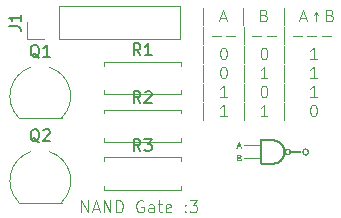
<source format=gbr>
%TF.GenerationSoftware,KiCad,Pcbnew,9.0.2*%
%TF.CreationDate,2025-07-01T20:38:10-07:00*%
%TF.ProjectId,Blinky,426c696e-6b79-42e6-9b69-6361645f7063,rev?*%
%TF.SameCoordinates,Original*%
%TF.FileFunction,Legend,Top*%
%TF.FilePolarity,Positive*%
%FSLAX46Y46*%
G04 Gerber Fmt 4.6, Leading zero omitted, Abs format (unit mm)*
G04 Created by KiCad (PCBNEW 9.0.2) date 2025-07-01 20:38:10*
%MOMM*%
%LPD*%
G01*
G04 APERTURE LIST*
%ADD10C,0.000000*%
%ADD11C,0.100000*%
%ADD12C,0.150000*%
%ADD13C,0.120000*%
G04 APERTURE END LIST*
D10*
G36*
X129449188Y-96600891D02*
G01*
X129475957Y-96672205D01*
X129501278Y-96740417D01*
X129524791Y-96803398D01*
X129530403Y-96820717D01*
X129534620Y-96834377D01*
X129536268Y-96840220D01*
X129537642Y-96845610D01*
X129538767Y-96850701D01*
X129539667Y-96855648D01*
X129540369Y-96860603D01*
X129540896Y-96865721D01*
X129541274Y-96871156D01*
X129541527Y-96877062D01*
X129541759Y-96890901D01*
X129541793Y-96908469D01*
X129435959Y-96908469D01*
X129409501Y-96776178D01*
X129171376Y-96776178D01*
X129144918Y-96908469D01*
X129039084Y-96908469D01*
X129042426Y-96883783D01*
X129046302Y-96859547D01*
X129050697Y-96835715D01*
X129055590Y-96812240D01*
X129060963Y-96789076D01*
X129066800Y-96766175D01*
X129079786Y-96720976D01*
X129087690Y-96696803D01*
X129224293Y-96696803D01*
X129356584Y-96696803D01*
X129303668Y-96485136D01*
X129277209Y-96485136D01*
X129265389Y-96512829D01*
X129254914Y-96538725D01*
X129250203Y-96551225D01*
X129245855Y-96563545D01*
X129241878Y-96575778D01*
X129238283Y-96588013D01*
X129235077Y-96600340D01*
X129232269Y-96612850D01*
X129229869Y-96625633D01*
X129227885Y-96638779D01*
X129226327Y-96652379D01*
X129225203Y-96666523D01*
X129224522Y-96681300D01*
X129224293Y-96696803D01*
X129087690Y-96696803D01*
X129094403Y-96676270D01*
X129110504Y-96631681D01*
X129127942Y-96586836D01*
X129146571Y-96541360D01*
X129169154Y-96486169D01*
X129196633Y-96419470D01*
X129224293Y-96352844D01*
X129356584Y-96352844D01*
X129449188Y-96600891D01*
G37*
G36*
X129300000Y-97404367D02*
G01*
X129320721Y-97405199D01*
X129338878Y-97406755D01*
X129355005Y-97409095D01*
X129369634Y-97412279D01*
X129383299Y-97416370D01*
X129396531Y-97421425D01*
X129409865Y-97427508D01*
X129423833Y-97434677D01*
X129455803Y-97452519D01*
X129463733Y-97469141D01*
X129470215Y-97485195D01*
X129475345Y-97500772D01*
X129479218Y-97515968D01*
X129481930Y-97530872D01*
X129483575Y-97545580D01*
X129484251Y-97560183D01*
X129484051Y-97574775D01*
X129483072Y-97589447D01*
X129481409Y-97604293D01*
X129479158Y-97619406D01*
X129476414Y-97634879D01*
X129462418Y-97702219D01*
X129488876Y-97728678D01*
X129491667Y-97782731D01*
X129492364Y-97802394D01*
X129492597Y-97820042D01*
X129492364Y-97837844D01*
X129491667Y-97857972D01*
X129488876Y-97913886D01*
X129471252Y-97931363D01*
X129463813Y-97938453D01*
X129457027Y-97944559D01*
X129453819Y-97947269D01*
X129450701Y-97949765D01*
X129447649Y-97952057D01*
X129444638Y-97954156D01*
X129441645Y-97956073D01*
X129438644Y-97957817D01*
X129435611Y-97959401D01*
X129432523Y-97960834D01*
X129429354Y-97962127D01*
X129426080Y-97963291D01*
X129422676Y-97964336D01*
X129419119Y-97965274D01*
X129415383Y-97966114D01*
X129411445Y-97966867D01*
X129402864Y-97968156D01*
X129393179Y-97969226D01*
X129382195Y-97970161D01*
X129355551Y-97971970D01*
X129092001Y-97966803D01*
X129092001Y-97887428D01*
X129197834Y-97887428D01*
X129356584Y-97887428D01*
X129409501Y-97781594D01*
X129392762Y-97761085D01*
X129385661Y-97752810D01*
X129379141Y-97745745D01*
X129376037Y-97742641D01*
X129373003Y-97739808D01*
X129370016Y-97737236D01*
X129367049Y-97734916D01*
X129364079Y-97732836D01*
X129361080Y-97730987D01*
X129358027Y-97729358D01*
X129354897Y-97727939D01*
X129351663Y-97726719D01*
X129348301Y-97725689D01*
X129344787Y-97724837D01*
X129341095Y-97724154D01*
X129337200Y-97723630D01*
X129333079Y-97723254D01*
X129328705Y-97723015D01*
X129324054Y-97722904D01*
X129313823Y-97723023D01*
X129302186Y-97723529D01*
X129273902Y-97725370D01*
X129197834Y-97728678D01*
X129197834Y-97887428D01*
X129092001Y-97887428D01*
X129092001Y-97728678D01*
X129092001Y-97649302D01*
X129197834Y-97649302D01*
X129356584Y-97622844D01*
X129356584Y-97517011D01*
X129351601Y-97510975D01*
X129347142Y-97505702D01*
X129343067Y-97501150D01*
X129341131Y-97499132D01*
X129339240Y-97497279D01*
X129337376Y-97495585D01*
X129335521Y-97494046D01*
X129333660Y-97492657D01*
X129331774Y-97491412D01*
X129329846Y-97490306D01*
X129327859Y-97489335D01*
X129325796Y-97488492D01*
X129323640Y-97487773D01*
X129321372Y-97487172D01*
X129318977Y-97486685D01*
X129316436Y-97486307D01*
X129313732Y-97486031D01*
X129310849Y-97485854D01*
X129307769Y-97485769D01*
X129304474Y-97485772D01*
X129300948Y-97485858D01*
X129293131Y-97486257D01*
X129284180Y-97486924D01*
X129262327Y-97488899D01*
X129197834Y-97490553D01*
X129197834Y-97649302D01*
X129092001Y-97649302D01*
X129092001Y-97490553D01*
X129092001Y-97411178D01*
X129180825Y-97407062D01*
X129248737Y-97404631D01*
X129276183Y-97404197D01*
X129300000Y-97404367D01*
G37*
G36*
X134938151Y-96867067D02*
G01*
X134961617Y-96868575D01*
X134979338Y-96873108D01*
X134995729Y-96878054D01*
X135010906Y-96883458D01*
X135024986Y-96889359D01*
X135038086Y-96895800D01*
X135050324Y-96902824D01*
X135061815Y-96910471D01*
X135072677Y-96918785D01*
X135083027Y-96927806D01*
X135092982Y-96937578D01*
X135102658Y-96948141D01*
X135112173Y-96959538D01*
X135121644Y-96971811D01*
X135131187Y-96985001D01*
X135140920Y-96999151D01*
X135150959Y-97014303D01*
X135157388Y-97037192D01*
X135162955Y-97059319D01*
X135167639Y-97080787D01*
X135171421Y-97101699D01*
X135174282Y-97122157D01*
X135176203Y-97142265D01*
X135177163Y-97162125D01*
X135177144Y-97181840D01*
X135176125Y-97201513D01*
X135174088Y-97221247D01*
X135171013Y-97241144D01*
X135166880Y-97261308D01*
X135161670Y-97281842D01*
X135155364Y-97302847D01*
X135147941Y-97324427D01*
X135139384Y-97346685D01*
X135098042Y-97411178D01*
X135045126Y-97411178D01*
X135124501Y-97543469D01*
X135087087Y-97545330D01*
X135073341Y-97545795D01*
X135060835Y-97545950D01*
X135048020Y-97545795D01*
X135033343Y-97545330D01*
X134992209Y-97543469D01*
X134939292Y-97490553D01*
X134919560Y-97483107D01*
X134899772Y-97475969D01*
X134879926Y-97469091D01*
X134860023Y-97462429D01*
X134820041Y-97449567D01*
X134779819Y-97437016D01*
X134767633Y-97430745D01*
X134756333Y-97424430D01*
X134745843Y-97418024D01*
X134736085Y-97411482D01*
X134726983Y-97404755D01*
X134718461Y-97397799D01*
X134710442Y-97390566D01*
X134702849Y-97383010D01*
X134695605Y-97375084D01*
X134688635Y-97366742D01*
X134681861Y-97357938D01*
X134675206Y-97348624D01*
X134668594Y-97338754D01*
X134661949Y-97328282D01*
X134655193Y-97317161D01*
X134648251Y-97305344D01*
X134644524Y-97285186D01*
X134641346Y-97265042D01*
X134638745Y-97244919D01*
X134636747Y-97224823D01*
X134635379Y-97204761D01*
X134635006Y-97194251D01*
X134740605Y-97194251D01*
X134740937Y-97210864D01*
X134741578Y-97228450D01*
X134745057Y-97248183D01*
X134746728Y-97256386D01*
X134748508Y-97263709D01*
X134750510Y-97270322D01*
X134751631Y-97273415D01*
X134752851Y-97276395D01*
X134754185Y-97279282D01*
X134755646Y-97282099D01*
X134757250Y-97284867D01*
X134759010Y-97287606D01*
X134760942Y-97290339D01*
X134763058Y-97293086D01*
X134765375Y-97295869D01*
X134767906Y-97298709D01*
X134773668Y-97304647D01*
X134780460Y-97311070D01*
X134788397Y-97318150D01*
X134797594Y-97326056D01*
X134820230Y-97345032D01*
X134886376Y-97384719D01*
X134912243Y-97376449D01*
X134936218Y-97368234D01*
X134947578Y-97363963D01*
X134958564Y-97359486D01*
X134969208Y-97354729D01*
X134979543Y-97349617D01*
X134989602Y-97344078D01*
X134999418Y-97338038D01*
X135009024Y-97331424D01*
X135018453Y-97324161D01*
X135027736Y-97316176D01*
X135036908Y-97307395D01*
X135046001Y-97297746D01*
X135055047Y-97287154D01*
X135059151Y-97270632D01*
X135062427Y-97254559D01*
X135064918Y-97238871D01*
X135066666Y-97223503D01*
X135067713Y-97208392D01*
X135068102Y-97193473D01*
X135067876Y-97178682D01*
X135067076Y-97163955D01*
X135065745Y-97149228D01*
X135063926Y-97134438D01*
X135061661Y-97119519D01*
X135058991Y-97104408D01*
X135052612Y-97073353D01*
X135045126Y-97040761D01*
X135034823Y-97023201D01*
X135030469Y-97015995D01*
X135026490Y-97009683D01*
X135022771Y-97004149D01*
X135019195Y-96999278D01*
X135015647Y-96994952D01*
X135012010Y-96991055D01*
X135008167Y-96987472D01*
X135004002Y-96984085D01*
X134999400Y-96980779D01*
X134994244Y-96977437D01*
X134988417Y-96973943D01*
X134981803Y-96970181D01*
X134965751Y-96961386D01*
X134931604Y-96958253D01*
X134917549Y-96957176D01*
X134905184Y-96956502D01*
X134894265Y-96956291D01*
X134884551Y-96956599D01*
X134875800Y-96957486D01*
X134867769Y-96959009D01*
X134860216Y-96961226D01*
X134852899Y-96964196D01*
X134845576Y-96967976D01*
X134838004Y-96972625D01*
X134829942Y-96978202D01*
X134821146Y-96984763D01*
X134800386Y-97001073D01*
X134790396Y-97015829D01*
X134781515Y-97029989D01*
X134773684Y-97043666D01*
X134766848Y-97056971D01*
X134760949Y-97070018D01*
X134755929Y-97082918D01*
X134751733Y-97095782D01*
X134748302Y-97108723D01*
X134745580Y-97121853D01*
X134743510Y-97135283D01*
X134742034Y-97149126D01*
X134741096Y-97163494D01*
X134740639Y-97178498D01*
X134740605Y-97194251D01*
X134635006Y-97194251D01*
X134634668Y-97184740D01*
X134634642Y-97164767D01*
X134635327Y-97144847D01*
X134636750Y-97124989D01*
X134638938Y-97105199D01*
X134641918Y-97085483D01*
X134645717Y-97065849D01*
X134650363Y-97046302D01*
X134655881Y-97026850D01*
X134662299Y-97007500D01*
X134669645Y-96988258D01*
X134676948Y-96977963D01*
X134684311Y-96968218D01*
X134691739Y-96959012D01*
X134699237Y-96950330D01*
X134706812Y-96942160D01*
X134714469Y-96934490D01*
X134722215Y-96927306D01*
X134730054Y-96920596D01*
X134737994Y-96914348D01*
X134746039Y-96908548D01*
X134754196Y-96903183D01*
X134762471Y-96898241D01*
X134770868Y-96893710D01*
X134779395Y-96889576D01*
X134788057Y-96885826D01*
X134796859Y-96882449D01*
X134805808Y-96879430D01*
X134814910Y-96876758D01*
X134824170Y-96874419D01*
X134833594Y-96872402D01*
X134852959Y-96869278D01*
X134873050Y-96867285D01*
X134893914Y-96866320D01*
X134915599Y-96866281D01*
X134938151Y-96867067D01*
G37*
G36*
X132194037Y-96103823D02*
G01*
X132248603Y-96107161D01*
X132301905Y-96112771D01*
X132353992Y-96120682D01*
X132404914Y-96130923D01*
X132454719Y-96143525D01*
X132503455Y-96158515D01*
X132551171Y-96175924D01*
X132597915Y-96195780D01*
X132643736Y-96218113D01*
X132688683Y-96242952D01*
X132732804Y-96270327D01*
X132776148Y-96300265D01*
X132818763Y-96332798D01*
X132860697Y-96367953D01*
X132902001Y-96405761D01*
X132929415Y-96435433D01*
X132955205Y-96465293D01*
X132979455Y-96495398D01*
X133002251Y-96525806D01*
X133023676Y-96556572D01*
X133043815Y-96587753D01*
X133062752Y-96619408D01*
X133080573Y-96651591D01*
X133097360Y-96684360D01*
X133113199Y-96717772D01*
X133128173Y-96751884D01*
X133142369Y-96786753D01*
X133155869Y-96822434D01*
X133168758Y-96858986D01*
X133181121Y-96896465D01*
X133193043Y-96934928D01*
X133245959Y-96908469D01*
X133295702Y-96902750D01*
X133319326Y-96900567D01*
X133342235Y-96898991D01*
X133364517Y-96898137D01*
X133386259Y-96898122D01*
X133407548Y-96899062D01*
X133428472Y-96901073D01*
X133449119Y-96904271D01*
X133469576Y-96908772D01*
X133489930Y-96914693D01*
X133510269Y-96922150D01*
X133530681Y-96931258D01*
X133551252Y-96942134D01*
X133572071Y-96954894D01*
X133593225Y-96969654D01*
X133609599Y-96993280D01*
X133616225Y-97003144D01*
X133621905Y-97012003D01*
X133626713Y-97020077D01*
X133630722Y-97027587D01*
X133634004Y-97034752D01*
X133635396Y-97038275D01*
X133636633Y-97041794D01*
X133637724Y-97045338D01*
X133638680Y-97048933D01*
X133640218Y-97056390D01*
X133641320Y-97064384D01*
X133642059Y-97073136D01*
X133642507Y-97082867D01*
X133642737Y-97093797D01*
X133642834Y-97120136D01*
X134489501Y-97120136D01*
X134489501Y-97225969D01*
X133642834Y-97225969D01*
X133616376Y-97331803D01*
X133603689Y-97351543D01*
X133598296Y-97359708D01*
X133593328Y-97366943D01*
X133588632Y-97373402D01*
X133584052Y-97379242D01*
X133579434Y-97384616D01*
X133574621Y-97389680D01*
X133569460Y-97394589D01*
X133563795Y-97399499D01*
X133557471Y-97404563D01*
X133550333Y-97409937D01*
X133542227Y-97415777D01*
X133532996Y-97422236D01*
X133510542Y-97437636D01*
X133470274Y-97442116D01*
X133429663Y-97445683D01*
X133409310Y-97446919D01*
X133388965Y-97447681D01*
X133368663Y-97447886D01*
X133348434Y-97447453D01*
X133328309Y-97446300D01*
X133308322Y-97444344D01*
X133288502Y-97441505D01*
X133268883Y-97437699D01*
X133249496Y-97432846D01*
X133230372Y-97426862D01*
X133211544Y-97419667D01*
X133193043Y-97411178D01*
X133176402Y-97466471D01*
X133157823Y-97519861D01*
X133137697Y-97571334D01*
X133115973Y-97620952D01*
X133092596Y-97668779D01*
X133067514Y-97714877D01*
X133040674Y-97759306D01*
X133012023Y-97802130D01*
X132981506Y-97843411D01*
X132949072Y-97883210D01*
X132914667Y-97921591D01*
X132878238Y-97958614D01*
X132839733Y-97994343D01*
X132799096Y-98028839D01*
X132756277Y-98062164D01*
X132711221Y-98094382D01*
X132663876Y-98125553D01*
X132626041Y-98142926D01*
X132588583Y-98158637D01*
X132551416Y-98172753D01*
X132514452Y-98185340D01*
X132477603Y-98196466D01*
X132440784Y-98206200D01*
X132403906Y-98214607D01*
X132366883Y-98221755D01*
X132329628Y-98227713D01*
X132292054Y-98232546D01*
X132254073Y-98236324D01*
X132215598Y-98239112D01*
X132176543Y-98240978D01*
X132136821Y-98241990D01*
X132055024Y-98241721D01*
X131967292Y-98241267D01*
X131830236Y-98239921D01*
X131693186Y-98238000D01*
X131505962Y-98236554D01*
X131277936Y-98234355D01*
X131049918Y-98231386D01*
X131049918Y-98072636D01*
X131208668Y-98072636D01*
X131694839Y-98077597D01*
X131846600Y-98079787D01*
X131971850Y-98079116D01*
X132032961Y-98077060D01*
X132093078Y-98073495D01*
X132152212Y-98068147D01*
X132210373Y-98060744D01*
X132267572Y-98051014D01*
X132323820Y-98038684D01*
X132379128Y-98023481D01*
X132433507Y-98005133D01*
X132486968Y-97983367D01*
X132539520Y-97957911D01*
X132591177Y-97928493D01*
X132641947Y-97894839D01*
X132691842Y-97856678D01*
X132740874Y-97813737D01*
X132773512Y-97777470D01*
X132804263Y-97740369D01*
X132833089Y-97702429D01*
X132859950Y-97663648D01*
X132884808Y-97624022D01*
X132907626Y-97583551D01*
X132928363Y-97542229D01*
X132946983Y-97500054D01*
X132963446Y-97457024D01*
X132977714Y-97413135D01*
X132989748Y-97368385D01*
X132999510Y-97322770D01*
X133006962Y-97276288D01*
X133012064Y-97228936D01*
X133014780Y-97180710D01*
X133014825Y-97173053D01*
X133239344Y-97173053D01*
X133239448Y-97180533D01*
X133239758Y-97188245D01*
X133240998Y-97205299D01*
X133243065Y-97226073D01*
X133245959Y-97252428D01*
X133262583Y-97272647D01*
X133269625Y-97280821D01*
X133276081Y-97287821D01*
X133279148Y-97290908D01*
X133282142Y-97293733D01*
X133285086Y-97296309D01*
X133288003Y-97298646D01*
X133290920Y-97300754D01*
X133293859Y-97302646D01*
X133296844Y-97304330D01*
X133299901Y-97305820D01*
X133303054Y-97307125D01*
X133306325Y-97308256D01*
X133309741Y-97309224D01*
X133313325Y-97310040D01*
X133317101Y-97310716D01*
X133321093Y-97311261D01*
X133325326Y-97311688D01*
X133329824Y-97312005D01*
X133339711Y-97312360D01*
X133350949Y-97312412D01*
X133378251Y-97311959D01*
X133405552Y-97312412D01*
X133416790Y-97312360D01*
X133426678Y-97312005D01*
X133435409Y-97311261D01*
X133443177Y-97310040D01*
X133446761Y-97309224D01*
X133450176Y-97308256D01*
X133453448Y-97307125D01*
X133456600Y-97305820D01*
X133459657Y-97304330D01*
X133462643Y-97302646D01*
X133465582Y-97300754D01*
X133468498Y-97298646D01*
X133471416Y-97296309D01*
X133474360Y-97293733D01*
X133480421Y-97287821D01*
X133486876Y-97280821D01*
X133493919Y-97272647D01*
X133510542Y-97252428D01*
X133513436Y-97226073D01*
X133515504Y-97205299D01*
X133516744Y-97188245D01*
X133517054Y-97180533D01*
X133517157Y-97173053D01*
X133517054Y-97165572D01*
X133516744Y-97157860D01*
X133515504Y-97140807D01*
X133513436Y-97120033D01*
X133510542Y-97093678D01*
X133493919Y-97073458D01*
X133486876Y-97065284D01*
X133480421Y-97058284D01*
X133477353Y-97055198D01*
X133474360Y-97052372D01*
X133471416Y-97049796D01*
X133468498Y-97047459D01*
X133465582Y-97045351D01*
X133462643Y-97043460D01*
X133459657Y-97041775D01*
X133456600Y-97040285D01*
X133453448Y-97038981D01*
X133450176Y-97037849D01*
X133446761Y-97036881D01*
X133443177Y-97036065D01*
X133439401Y-97035389D01*
X133435409Y-97034844D01*
X133431176Y-97034418D01*
X133426678Y-97034100D01*
X133416790Y-97033745D01*
X133405552Y-97033693D01*
X133378251Y-97034146D01*
X133350949Y-97033693D01*
X133339711Y-97033745D01*
X133329824Y-97034100D01*
X133321093Y-97034844D01*
X133313325Y-97036065D01*
X133309741Y-97036881D01*
X133306325Y-97037849D01*
X133303054Y-97038981D01*
X133299901Y-97040285D01*
X133296844Y-97041775D01*
X133293859Y-97043460D01*
X133290920Y-97045351D01*
X133288003Y-97047459D01*
X133285086Y-97049796D01*
X133282142Y-97052372D01*
X133276081Y-97058284D01*
X133269625Y-97065284D01*
X133262583Y-97073458D01*
X133245959Y-97093678D01*
X133243065Y-97120033D01*
X133240998Y-97140807D01*
X133239758Y-97157860D01*
X133239448Y-97165572D01*
X133239344Y-97173053D01*
X133014825Y-97173053D01*
X133015069Y-97131608D01*
X133009136Y-97085399D01*
X133001748Y-97039746D01*
X132992852Y-96994697D01*
X132982399Y-96950299D01*
X132970335Y-96906597D01*
X132956612Y-96863637D01*
X132941176Y-96821468D01*
X132923978Y-96780134D01*
X132904966Y-96739683D01*
X132884089Y-96700161D01*
X132861295Y-96661614D01*
X132836534Y-96624088D01*
X132809754Y-96587632D01*
X132780905Y-96552290D01*
X132749935Y-96518109D01*
X132716792Y-96485136D01*
X132674608Y-96454572D01*
X132632442Y-96426735D01*
X132590206Y-96401526D01*
X132547810Y-96378848D01*
X132505164Y-96358601D01*
X132462181Y-96340689D01*
X132418771Y-96325012D01*
X132374845Y-96311472D01*
X132330313Y-96299972D01*
X132285086Y-96290411D01*
X132239076Y-96282694D01*
X132192193Y-96276720D01*
X132144348Y-96272392D01*
X132095452Y-96269612D01*
X132045415Y-96268281D01*
X131994149Y-96268302D01*
X131933326Y-96268463D01*
X131822350Y-96269158D01*
X131711376Y-96270162D01*
X131208668Y-96273469D01*
X131208668Y-98072636D01*
X131049918Y-98072636D01*
X131049918Y-97755136D01*
X129727001Y-97755136D01*
X129727001Y-97649302D01*
X131049918Y-97649302D01*
X131049918Y-96696803D01*
X129727001Y-96696803D01*
X129727001Y-96590969D01*
X131049918Y-96590969D01*
X131049918Y-96273469D01*
X131049918Y-96114719D01*
X131324524Y-96111302D01*
X131599141Y-96108906D01*
X131692406Y-96107967D01*
X131785667Y-96106735D01*
X131920343Y-96105248D01*
X132055024Y-96104384D01*
X132138161Y-96102729D01*
X132194037Y-96103823D01*
G37*
D11*
X115903884Y-102272419D02*
X115903884Y-101272419D01*
X115903884Y-101272419D02*
X116475312Y-102272419D01*
X116475312Y-102272419D02*
X116475312Y-101272419D01*
X116903884Y-101986704D02*
X117380074Y-101986704D01*
X116808646Y-102272419D02*
X117141979Y-101272419D01*
X117141979Y-101272419D02*
X117475312Y-102272419D01*
X117808646Y-102272419D02*
X117808646Y-101272419D01*
X117808646Y-101272419D02*
X118380074Y-102272419D01*
X118380074Y-102272419D02*
X118380074Y-101272419D01*
X118856265Y-102272419D02*
X118856265Y-101272419D01*
X118856265Y-101272419D02*
X119094360Y-101272419D01*
X119094360Y-101272419D02*
X119237217Y-101320038D01*
X119237217Y-101320038D02*
X119332455Y-101415276D01*
X119332455Y-101415276D02*
X119380074Y-101510514D01*
X119380074Y-101510514D02*
X119427693Y-101700990D01*
X119427693Y-101700990D02*
X119427693Y-101843847D01*
X119427693Y-101843847D02*
X119380074Y-102034323D01*
X119380074Y-102034323D02*
X119332455Y-102129561D01*
X119332455Y-102129561D02*
X119237217Y-102224800D01*
X119237217Y-102224800D02*
X119094360Y-102272419D01*
X119094360Y-102272419D02*
X118856265Y-102272419D01*
X121141979Y-101320038D02*
X121046741Y-101272419D01*
X121046741Y-101272419D02*
X120903884Y-101272419D01*
X120903884Y-101272419D02*
X120761027Y-101320038D01*
X120761027Y-101320038D02*
X120665789Y-101415276D01*
X120665789Y-101415276D02*
X120618170Y-101510514D01*
X120618170Y-101510514D02*
X120570551Y-101700990D01*
X120570551Y-101700990D02*
X120570551Y-101843847D01*
X120570551Y-101843847D02*
X120618170Y-102034323D01*
X120618170Y-102034323D02*
X120665789Y-102129561D01*
X120665789Y-102129561D02*
X120761027Y-102224800D01*
X120761027Y-102224800D02*
X120903884Y-102272419D01*
X120903884Y-102272419D02*
X120999122Y-102272419D01*
X120999122Y-102272419D02*
X121141979Y-102224800D01*
X121141979Y-102224800D02*
X121189598Y-102177180D01*
X121189598Y-102177180D02*
X121189598Y-101843847D01*
X121189598Y-101843847D02*
X120999122Y-101843847D01*
X122046741Y-102272419D02*
X122046741Y-101748609D01*
X122046741Y-101748609D02*
X121999122Y-101653371D01*
X121999122Y-101653371D02*
X121903884Y-101605752D01*
X121903884Y-101605752D02*
X121713408Y-101605752D01*
X121713408Y-101605752D02*
X121618170Y-101653371D01*
X122046741Y-102224800D02*
X121951503Y-102272419D01*
X121951503Y-102272419D02*
X121713408Y-102272419D01*
X121713408Y-102272419D02*
X121618170Y-102224800D01*
X121618170Y-102224800D02*
X121570551Y-102129561D01*
X121570551Y-102129561D02*
X121570551Y-102034323D01*
X121570551Y-102034323D02*
X121618170Y-101939085D01*
X121618170Y-101939085D02*
X121713408Y-101891466D01*
X121713408Y-101891466D02*
X121951503Y-101891466D01*
X121951503Y-101891466D02*
X122046741Y-101843847D01*
X122380075Y-101605752D02*
X122761027Y-101605752D01*
X122522932Y-101272419D02*
X122522932Y-102129561D01*
X122522932Y-102129561D02*
X122570551Y-102224800D01*
X122570551Y-102224800D02*
X122665789Y-102272419D01*
X122665789Y-102272419D02*
X122761027Y-102272419D01*
X123475313Y-102224800D02*
X123380075Y-102272419D01*
X123380075Y-102272419D02*
X123189599Y-102272419D01*
X123189599Y-102272419D02*
X123094361Y-102224800D01*
X123094361Y-102224800D02*
X123046742Y-102129561D01*
X123046742Y-102129561D02*
X123046742Y-101748609D01*
X123046742Y-101748609D02*
X123094361Y-101653371D01*
X123094361Y-101653371D02*
X123189599Y-101605752D01*
X123189599Y-101605752D02*
X123380075Y-101605752D01*
X123380075Y-101605752D02*
X123475313Y-101653371D01*
X123475313Y-101653371D02*
X123522932Y-101748609D01*
X123522932Y-101748609D02*
X123522932Y-101843847D01*
X123522932Y-101843847D02*
X123046742Y-101939085D01*
X124713409Y-102177180D02*
X124761028Y-102224800D01*
X124761028Y-102224800D02*
X124713409Y-102272419D01*
X124713409Y-102272419D02*
X124665790Y-102224800D01*
X124665790Y-102224800D02*
X124713409Y-102177180D01*
X124713409Y-102177180D02*
X124713409Y-102272419D01*
X124713409Y-101653371D02*
X124761028Y-101700990D01*
X124761028Y-101700990D02*
X124713409Y-101748609D01*
X124713409Y-101748609D02*
X124665790Y-101700990D01*
X124665790Y-101700990D02*
X124713409Y-101653371D01*
X124713409Y-101653371D02*
X124713409Y-101748609D01*
X125094361Y-101272419D02*
X125713408Y-101272419D01*
X125713408Y-101272419D02*
X125380075Y-101653371D01*
X125380075Y-101653371D02*
X125522932Y-101653371D01*
X125522932Y-101653371D02*
X125618170Y-101700990D01*
X125618170Y-101700990D02*
X125665789Y-101748609D01*
X125665789Y-101748609D02*
X125713408Y-101843847D01*
X125713408Y-101843847D02*
X125713408Y-102081942D01*
X125713408Y-102081942D02*
X125665789Y-102177180D01*
X125665789Y-102177180D02*
X125618170Y-102224800D01*
X125618170Y-102224800D02*
X125522932Y-102272419D01*
X125522932Y-102272419D02*
X125237218Y-102272419D01*
X125237218Y-102272419D02*
X125141980Y-102224800D01*
X125141980Y-102224800D02*
X125094361Y-102177180D01*
X126241979Y-86446088D02*
X126241979Y-85017516D01*
X127670551Y-85827040D02*
X128146741Y-85827040D01*
X127575313Y-86112755D02*
X127908646Y-85112755D01*
X127908646Y-85112755D02*
X128241979Y-86112755D01*
X129575313Y-86446088D02*
X129575313Y-85017516D01*
X131384837Y-85588945D02*
X131527694Y-85636564D01*
X131527694Y-85636564D02*
X131575313Y-85684183D01*
X131575313Y-85684183D02*
X131622932Y-85779421D01*
X131622932Y-85779421D02*
X131622932Y-85922278D01*
X131622932Y-85922278D02*
X131575313Y-86017516D01*
X131575313Y-86017516D02*
X131527694Y-86065136D01*
X131527694Y-86065136D02*
X131432456Y-86112755D01*
X131432456Y-86112755D02*
X131051504Y-86112755D01*
X131051504Y-86112755D02*
X131051504Y-85112755D01*
X131051504Y-85112755D02*
X131384837Y-85112755D01*
X131384837Y-85112755D02*
X131480075Y-85160374D01*
X131480075Y-85160374D02*
X131527694Y-85207993D01*
X131527694Y-85207993D02*
X131575313Y-85303231D01*
X131575313Y-85303231D02*
X131575313Y-85398469D01*
X131575313Y-85398469D02*
X131527694Y-85493707D01*
X131527694Y-85493707D02*
X131480075Y-85541326D01*
X131480075Y-85541326D02*
X131384837Y-85588945D01*
X131384837Y-85588945D02*
X131051504Y-85588945D01*
X133051504Y-86446088D02*
X133051504Y-85017516D01*
X134480076Y-85827040D02*
X134956266Y-85827040D01*
X134384838Y-86112755D02*
X134718171Y-85112755D01*
X134718171Y-85112755D02*
X135051504Y-86112755D01*
X135765790Y-86112755D02*
X135765790Y-85350850D01*
X135575314Y-85541326D02*
X135765790Y-85350850D01*
X135765790Y-85350850D02*
X135956266Y-85541326D01*
X136956266Y-85588945D02*
X137099123Y-85636564D01*
X137099123Y-85636564D02*
X137146742Y-85684183D01*
X137146742Y-85684183D02*
X137194361Y-85779421D01*
X137194361Y-85779421D02*
X137194361Y-85922278D01*
X137194361Y-85922278D02*
X137146742Y-86017516D01*
X137146742Y-86017516D02*
X137099123Y-86065136D01*
X137099123Y-86065136D02*
X137003885Y-86112755D01*
X137003885Y-86112755D02*
X136622933Y-86112755D01*
X136622933Y-86112755D02*
X136622933Y-85112755D01*
X136622933Y-85112755D02*
X136956266Y-85112755D01*
X136956266Y-85112755D02*
X137051504Y-85160374D01*
X137051504Y-85160374D02*
X137099123Y-85207993D01*
X137099123Y-85207993D02*
X137146742Y-85303231D01*
X137146742Y-85303231D02*
X137146742Y-85398469D01*
X137146742Y-85398469D02*
X137099123Y-85493707D01*
X137099123Y-85493707D02*
X137051504Y-85541326D01*
X137051504Y-85541326D02*
X136956266Y-85588945D01*
X136956266Y-85588945D02*
X136622933Y-85588945D01*
X126241979Y-88056032D02*
X126241979Y-86627460D01*
X126956265Y-87341746D02*
X127718170Y-87341746D01*
X128194360Y-87341746D02*
X128956265Y-87341746D01*
X129670550Y-88056032D02*
X129670550Y-86627460D01*
X130384836Y-87341746D02*
X131146741Y-87341746D01*
X131622931Y-87341746D02*
X132384836Y-87341746D01*
X133099121Y-88056032D02*
X133099121Y-86627460D01*
X133813407Y-87341746D02*
X134575312Y-87341746D01*
X135051502Y-87341746D02*
X135813407Y-87341746D01*
X136289597Y-87341746D02*
X137051502Y-87341746D01*
X126241979Y-89665976D02*
X126241979Y-88237404D01*
X127908646Y-88332643D02*
X128003884Y-88332643D01*
X128003884Y-88332643D02*
X128099122Y-88380262D01*
X128099122Y-88380262D02*
X128146741Y-88427881D01*
X128146741Y-88427881D02*
X128194360Y-88523119D01*
X128194360Y-88523119D02*
X128241979Y-88713595D01*
X128241979Y-88713595D02*
X128241979Y-88951690D01*
X128241979Y-88951690D02*
X128194360Y-89142166D01*
X128194360Y-89142166D02*
X128146741Y-89237404D01*
X128146741Y-89237404D02*
X128099122Y-89285024D01*
X128099122Y-89285024D02*
X128003884Y-89332643D01*
X128003884Y-89332643D02*
X127908646Y-89332643D01*
X127908646Y-89332643D02*
X127813408Y-89285024D01*
X127813408Y-89285024D02*
X127765789Y-89237404D01*
X127765789Y-89237404D02*
X127718170Y-89142166D01*
X127718170Y-89142166D02*
X127670551Y-88951690D01*
X127670551Y-88951690D02*
X127670551Y-88713595D01*
X127670551Y-88713595D02*
X127718170Y-88523119D01*
X127718170Y-88523119D02*
X127765789Y-88427881D01*
X127765789Y-88427881D02*
X127813408Y-88380262D01*
X127813408Y-88380262D02*
X127908646Y-88332643D01*
X129670551Y-89665976D02*
X129670551Y-88237404D01*
X131337218Y-88332643D02*
X131432456Y-88332643D01*
X131432456Y-88332643D02*
X131527694Y-88380262D01*
X131527694Y-88380262D02*
X131575313Y-88427881D01*
X131575313Y-88427881D02*
X131622932Y-88523119D01*
X131622932Y-88523119D02*
X131670551Y-88713595D01*
X131670551Y-88713595D02*
X131670551Y-88951690D01*
X131670551Y-88951690D02*
X131622932Y-89142166D01*
X131622932Y-89142166D02*
X131575313Y-89237404D01*
X131575313Y-89237404D02*
X131527694Y-89285024D01*
X131527694Y-89285024D02*
X131432456Y-89332643D01*
X131432456Y-89332643D02*
X131337218Y-89332643D01*
X131337218Y-89332643D02*
X131241980Y-89285024D01*
X131241980Y-89285024D02*
X131194361Y-89237404D01*
X131194361Y-89237404D02*
X131146742Y-89142166D01*
X131146742Y-89142166D02*
X131099123Y-88951690D01*
X131099123Y-88951690D02*
X131099123Y-88713595D01*
X131099123Y-88713595D02*
X131146742Y-88523119D01*
X131146742Y-88523119D02*
X131194361Y-88427881D01*
X131194361Y-88427881D02*
X131241980Y-88380262D01*
X131241980Y-88380262D02*
X131337218Y-88332643D01*
X133099123Y-89665976D02*
X133099123Y-88237404D01*
X135861028Y-89332643D02*
X135289600Y-89332643D01*
X135575314Y-89332643D02*
X135575314Y-88332643D01*
X135575314Y-88332643D02*
X135480076Y-88475500D01*
X135480076Y-88475500D02*
X135384838Y-88570738D01*
X135384838Y-88570738D02*
X135289600Y-88618357D01*
X126241979Y-91275920D02*
X126241979Y-89847348D01*
X127908646Y-89942587D02*
X128003884Y-89942587D01*
X128003884Y-89942587D02*
X128099122Y-89990206D01*
X128099122Y-89990206D02*
X128146741Y-90037825D01*
X128146741Y-90037825D02*
X128194360Y-90133063D01*
X128194360Y-90133063D02*
X128241979Y-90323539D01*
X128241979Y-90323539D02*
X128241979Y-90561634D01*
X128241979Y-90561634D02*
X128194360Y-90752110D01*
X128194360Y-90752110D02*
X128146741Y-90847348D01*
X128146741Y-90847348D02*
X128099122Y-90894968D01*
X128099122Y-90894968D02*
X128003884Y-90942587D01*
X128003884Y-90942587D02*
X127908646Y-90942587D01*
X127908646Y-90942587D02*
X127813408Y-90894968D01*
X127813408Y-90894968D02*
X127765789Y-90847348D01*
X127765789Y-90847348D02*
X127718170Y-90752110D01*
X127718170Y-90752110D02*
X127670551Y-90561634D01*
X127670551Y-90561634D02*
X127670551Y-90323539D01*
X127670551Y-90323539D02*
X127718170Y-90133063D01*
X127718170Y-90133063D02*
X127765789Y-90037825D01*
X127765789Y-90037825D02*
X127813408Y-89990206D01*
X127813408Y-89990206D02*
X127908646Y-89942587D01*
X129670551Y-91275920D02*
X129670551Y-89847348D01*
X131670551Y-90942587D02*
X131099123Y-90942587D01*
X131384837Y-90942587D02*
X131384837Y-89942587D01*
X131384837Y-89942587D02*
X131289599Y-90085444D01*
X131289599Y-90085444D02*
X131194361Y-90180682D01*
X131194361Y-90180682D02*
X131099123Y-90228301D01*
X133099123Y-91275920D02*
X133099123Y-89847348D01*
X135861028Y-90942587D02*
X135289600Y-90942587D01*
X135575314Y-90942587D02*
X135575314Y-89942587D01*
X135575314Y-89942587D02*
X135480076Y-90085444D01*
X135480076Y-90085444D02*
X135384838Y-90180682D01*
X135384838Y-90180682D02*
X135289600Y-90228301D01*
X126241979Y-92885864D02*
X126241979Y-91457292D01*
X128241979Y-92552531D02*
X127670551Y-92552531D01*
X127956265Y-92552531D02*
X127956265Y-91552531D01*
X127956265Y-91552531D02*
X127861027Y-91695388D01*
X127861027Y-91695388D02*
X127765789Y-91790626D01*
X127765789Y-91790626D02*
X127670551Y-91838245D01*
X129670551Y-92885864D02*
X129670551Y-91457292D01*
X131337218Y-91552531D02*
X131432456Y-91552531D01*
X131432456Y-91552531D02*
X131527694Y-91600150D01*
X131527694Y-91600150D02*
X131575313Y-91647769D01*
X131575313Y-91647769D02*
X131622932Y-91743007D01*
X131622932Y-91743007D02*
X131670551Y-91933483D01*
X131670551Y-91933483D02*
X131670551Y-92171578D01*
X131670551Y-92171578D02*
X131622932Y-92362054D01*
X131622932Y-92362054D02*
X131575313Y-92457292D01*
X131575313Y-92457292D02*
X131527694Y-92504912D01*
X131527694Y-92504912D02*
X131432456Y-92552531D01*
X131432456Y-92552531D02*
X131337218Y-92552531D01*
X131337218Y-92552531D02*
X131241980Y-92504912D01*
X131241980Y-92504912D02*
X131194361Y-92457292D01*
X131194361Y-92457292D02*
X131146742Y-92362054D01*
X131146742Y-92362054D02*
X131099123Y-92171578D01*
X131099123Y-92171578D02*
X131099123Y-91933483D01*
X131099123Y-91933483D02*
X131146742Y-91743007D01*
X131146742Y-91743007D02*
X131194361Y-91647769D01*
X131194361Y-91647769D02*
X131241980Y-91600150D01*
X131241980Y-91600150D02*
X131337218Y-91552531D01*
X133099123Y-92885864D02*
X133099123Y-91457292D01*
X135861028Y-92552531D02*
X135289600Y-92552531D01*
X135575314Y-92552531D02*
X135575314Y-91552531D01*
X135575314Y-91552531D02*
X135480076Y-91695388D01*
X135480076Y-91695388D02*
X135384838Y-91790626D01*
X135384838Y-91790626D02*
X135289600Y-91838245D01*
X126241979Y-94495808D02*
X126241979Y-93067236D01*
X128241979Y-94162475D02*
X127670551Y-94162475D01*
X127956265Y-94162475D02*
X127956265Y-93162475D01*
X127956265Y-93162475D02*
X127861027Y-93305332D01*
X127861027Y-93305332D02*
X127765789Y-93400570D01*
X127765789Y-93400570D02*
X127670551Y-93448189D01*
X129670551Y-94495808D02*
X129670551Y-93067236D01*
X131670551Y-94162475D02*
X131099123Y-94162475D01*
X131384837Y-94162475D02*
X131384837Y-93162475D01*
X131384837Y-93162475D02*
X131289599Y-93305332D01*
X131289599Y-93305332D02*
X131194361Y-93400570D01*
X131194361Y-93400570D02*
X131099123Y-93448189D01*
X133099123Y-94495808D02*
X133099123Y-93067236D01*
X135527695Y-93162475D02*
X135622933Y-93162475D01*
X135622933Y-93162475D02*
X135718171Y-93210094D01*
X135718171Y-93210094D02*
X135765790Y-93257713D01*
X135765790Y-93257713D02*
X135813409Y-93352951D01*
X135813409Y-93352951D02*
X135861028Y-93543427D01*
X135861028Y-93543427D02*
X135861028Y-93781522D01*
X135861028Y-93781522D02*
X135813409Y-93971998D01*
X135813409Y-93971998D02*
X135765790Y-94067236D01*
X135765790Y-94067236D02*
X135718171Y-94114856D01*
X135718171Y-94114856D02*
X135622933Y-94162475D01*
X135622933Y-94162475D02*
X135527695Y-94162475D01*
X135527695Y-94162475D02*
X135432457Y-94114856D01*
X135432457Y-94114856D02*
X135384838Y-94067236D01*
X135384838Y-94067236D02*
X135337219Y-93971998D01*
X135337219Y-93971998D02*
X135289600Y-93781522D01*
X135289600Y-93781522D02*
X135289600Y-93543427D01*
X135289600Y-93543427D02*
X135337219Y-93352951D01*
X135337219Y-93352951D02*
X135384838Y-93257713D01*
X135384838Y-93257713D02*
X135432457Y-93210094D01*
X135432457Y-93210094D02*
X135527695Y-93162475D01*
D12*
X112354761Y-89200057D02*
X112259523Y-89152438D01*
X112259523Y-89152438D02*
X112164285Y-89057200D01*
X112164285Y-89057200D02*
X112021428Y-88914342D01*
X112021428Y-88914342D02*
X111926190Y-88866723D01*
X111926190Y-88866723D02*
X111830952Y-88866723D01*
X111878571Y-89104819D02*
X111783333Y-89057200D01*
X111783333Y-89057200D02*
X111688095Y-88961961D01*
X111688095Y-88961961D02*
X111640476Y-88771485D01*
X111640476Y-88771485D02*
X111640476Y-88438152D01*
X111640476Y-88438152D02*
X111688095Y-88247676D01*
X111688095Y-88247676D02*
X111783333Y-88152438D01*
X111783333Y-88152438D02*
X111878571Y-88104819D01*
X111878571Y-88104819D02*
X112069047Y-88104819D01*
X112069047Y-88104819D02*
X112164285Y-88152438D01*
X112164285Y-88152438D02*
X112259523Y-88247676D01*
X112259523Y-88247676D02*
X112307142Y-88438152D01*
X112307142Y-88438152D02*
X112307142Y-88771485D01*
X112307142Y-88771485D02*
X112259523Y-88961961D01*
X112259523Y-88961961D02*
X112164285Y-89057200D01*
X112164285Y-89057200D02*
X112069047Y-89104819D01*
X112069047Y-89104819D02*
X111878571Y-89104819D01*
X113259523Y-89104819D02*
X112688095Y-89104819D01*
X112973809Y-89104819D02*
X112973809Y-88104819D01*
X112973809Y-88104819D02*
X112878571Y-88247676D01*
X112878571Y-88247676D02*
X112783333Y-88342914D01*
X112783333Y-88342914D02*
X112688095Y-88390533D01*
X120923333Y-97084819D02*
X120590000Y-96608628D01*
X120351905Y-97084819D02*
X120351905Y-96084819D01*
X120351905Y-96084819D02*
X120732857Y-96084819D01*
X120732857Y-96084819D02*
X120828095Y-96132438D01*
X120828095Y-96132438D02*
X120875714Y-96180057D01*
X120875714Y-96180057D02*
X120923333Y-96275295D01*
X120923333Y-96275295D02*
X120923333Y-96418152D01*
X120923333Y-96418152D02*
X120875714Y-96513390D01*
X120875714Y-96513390D02*
X120828095Y-96561009D01*
X120828095Y-96561009D02*
X120732857Y-96608628D01*
X120732857Y-96608628D02*
X120351905Y-96608628D01*
X121256667Y-96084819D02*
X121875714Y-96084819D01*
X121875714Y-96084819D02*
X121542381Y-96465771D01*
X121542381Y-96465771D02*
X121685238Y-96465771D01*
X121685238Y-96465771D02*
X121780476Y-96513390D01*
X121780476Y-96513390D02*
X121828095Y-96561009D01*
X121828095Y-96561009D02*
X121875714Y-96656247D01*
X121875714Y-96656247D02*
X121875714Y-96894342D01*
X121875714Y-96894342D02*
X121828095Y-96989580D01*
X121828095Y-96989580D02*
X121780476Y-97037200D01*
X121780476Y-97037200D02*
X121685238Y-97084819D01*
X121685238Y-97084819D02*
X121399524Y-97084819D01*
X121399524Y-97084819D02*
X121304286Y-97037200D01*
X121304286Y-97037200D02*
X121256667Y-96989580D01*
X112354761Y-96350057D02*
X112259523Y-96302438D01*
X112259523Y-96302438D02*
X112164285Y-96207200D01*
X112164285Y-96207200D02*
X112021428Y-96064342D01*
X112021428Y-96064342D02*
X111926190Y-96016723D01*
X111926190Y-96016723D02*
X111830952Y-96016723D01*
X111878571Y-96254819D02*
X111783333Y-96207200D01*
X111783333Y-96207200D02*
X111688095Y-96111961D01*
X111688095Y-96111961D02*
X111640476Y-95921485D01*
X111640476Y-95921485D02*
X111640476Y-95588152D01*
X111640476Y-95588152D02*
X111688095Y-95397676D01*
X111688095Y-95397676D02*
X111783333Y-95302438D01*
X111783333Y-95302438D02*
X111878571Y-95254819D01*
X111878571Y-95254819D02*
X112069047Y-95254819D01*
X112069047Y-95254819D02*
X112164285Y-95302438D01*
X112164285Y-95302438D02*
X112259523Y-95397676D01*
X112259523Y-95397676D02*
X112307142Y-95588152D01*
X112307142Y-95588152D02*
X112307142Y-95921485D01*
X112307142Y-95921485D02*
X112259523Y-96111961D01*
X112259523Y-96111961D02*
X112164285Y-96207200D01*
X112164285Y-96207200D02*
X112069047Y-96254819D01*
X112069047Y-96254819D02*
X111878571Y-96254819D01*
X112688095Y-95350057D02*
X112735714Y-95302438D01*
X112735714Y-95302438D02*
X112830952Y-95254819D01*
X112830952Y-95254819D02*
X113069047Y-95254819D01*
X113069047Y-95254819D02*
X113164285Y-95302438D01*
X113164285Y-95302438D02*
X113211904Y-95350057D01*
X113211904Y-95350057D02*
X113259523Y-95445295D01*
X113259523Y-95445295D02*
X113259523Y-95540533D01*
X113259523Y-95540533D02*
X113211904Y-95683390D01*
X113211904Y-95683390D02*
X112640476Y-96254819D01*
X112640476Y-96254819D02*
X113259523Y-96254819D01*
X109794819Y-86533333D02*
X110509104Y-86533333D01*
X110509104Y-86533333D02*
X110651961Y-86580952D01*
X110651961Y-86580952D02*
X110747200Y-86676190D01*
X110747200Y-86676190D02*
X110794819Y-86819047D01*
X110794819Y-86819047D02*
X110794819Y-86914285D01*
X110794819Y-85533333D02*
X110794819Y-86104761D01*
X110794819Y-85819047D02*
X109794819Y-85819047D01*
X109794819Y-85819047D02*
X109937676Y-85914285D01*
X109937676Y-85914285D02*
X110032914Y-86009523D01*
X110032914Y-86009523D02*
X110080533Y-86104761D01*
X120923333Y-88984819D02*
X120590000Y-88508628D01*
X120351905Y-88984819D02*
X120351905Y-87984819D01*
X120351905Y-87984819D02*
X120732857Y-87984819D01*
X120732857Y-87984819D02*
X120828095Y-88032438D01*
X120828095Y-88032438D02*
X120875714Y-88080057D01*
X120875714Y-88080057D02*
X120923333Y-88175295D01*
X120923333Y-88175295D02*
X120923333Y-88318152D01*
X120923333Y-88318152D02*
X120875714Y-88413390D01*
X120875714Y-88413390D02*
X120828095Y-88461009D01*
X120828095Y-88461009D02*
X120732857Y-88508628D01*
X120732857Y-88508628D02*
X120351905Y-88508628D01*
X121875714Y-88984819D02*
X121304286Y-88984819D01*
X121590000Y-88984819D02*
X121590000Y-87984819D01*
X121590000Y-87984819D02*
X121494762Y-88127676D01*
X121494762Y-88127676D02*
X121399524Y-88222914D01*
X121399524Y-88222914D02*
X121304286Y-88270533D01*
X120923333Y-93034819D02*
X120590000Y-92558628D01*
X120351905Y-93034819D02*
X120351905Y-92034819D01*
X120351905Y-92034819D02*
X120732857Y-92034819D01*
X120732857Y-92034819D02*
X120828095Y-92082438D01*
X120828095Y-92082438D02*
X120875714Y-92130057D01*
X120875714Y-92130057D02*
X120923333Y-92225295D01*
X120923333Y-92225295D02*
X120923333Y-92368152D01*
X120923333Y-92368152D02*
X120875714Y-92463390D01*
X120875714Y-92463390D02*
X120828095Y-92511009D01*
X120828095Y-92511009D02*
X120732857Y-92558628D01*
X120732857Y-92558628D02*
X120351905Y-92558628D01*
X121304286Y-92130057D02*
X121351905Y-92082438D01*
X121351905Y-92082438D02*
X121447143Y-92034819D01*
X121447143Y-92034819D02*
X121685238Y-92034819D01*
X121685238Y-92034819D02*
X121780476Y-92082438D01*
X121780476Y-92082438D02*
X121828095Y-92130057D01*
X121828095Y-92130057D02*
X121875714Y-92225295D01*
X121875714Y-92225295D02*
X121875714Y-92320533D01*
X121875714Y-92320533D02*
X121828095Y-92463390D01*
X121828095Y-92463390D02*
X121256667Y-93034819D01*
X121256667Y-93034819D02*
X121875714Y-93034819D01*
D13*
%TO.C,Q1*%
X110650000Y-94300000D02*
X114250000Y-94300000D01*
X110638547Y-94292156D02*
G75*
G02*
X111630000Y-90000000I1811453J1842156D01*
G01*
X113230000Y-90000000D02*
G75*
G02*
X114258445Y-94277684I-780000J-2450000D01*
G01*
%TO.C,R3*%
X117820000Y-97630000D02*
X124360000Y-97630000D01*
X117820000Y-97960000D02*
X117820000Y-97630000D01*
X117820000Y-100040000D02*
X117820000Y-100370000D01*
X117820000Y-100370000D02*
X124360000Y-100370000D01*
X124360000Y-97630000D02*
X124360000Y-97960000D01*
X124360000Y-100370000D02*
X124360000Y-100040000D01*
%TO.C,Q2*%
X110650000Y-101450000D02*
X114250000Y-101450000D01*
X110638547Y-101442156D02*
G75*
G02*
X111630000Y-97150000I1811453J1842156D01*
G01*
X113230000Y-97150000D02*
G75*
G02*
X114258445Y-101427684I-780000J-2450000D01*
G01*
%TO.C,J1*%
X111340000Y-87580000D02*
X111340000Y-86200000D01*
X112720000Y-87580000D02*
X111340000Y-87580000D01*
X113990000Y-84820000D02*
X124260000Y-84820000D01*
X113990000Y-87580000D02*
X113990000Y-84820000D01*
X113990000Y-87580000D02*
X124260000Y-87580000D01*
X124260000Y-87580000D02*
X124260000Y-84820000D01*
%TO.C,R1*%
X117820000Y-89530000D02*
X124360000Y-89530000D01*
X117820000Y-89860000D02*
X117820000Y-89530000D01*
X117820000Y-91940000D02*
X117820000Y-92270000D01*
X117820000Y-92270000D02*
X124360000Y-92270000D01*
X124360000Y-89530000D02*
X124360000Y-89860000D01*
X124360000Y-92270000D02*
X124360000Y-91940000D01*
%TO.C,R2*%
X117820000Y-93580000D02*
X124360000Y-93580000D01*
X117820000Y-93910000D02*
X117820000Y-93580000D01*
X117820000Y-95990000D02*
X117820000Y-96320000D01*
X117820000Y-96320000D02*
X124360000Y-96320000D01*
X124360000Y-93580000D02*
X124360000Y-93910000D01*
X124360000Y-96320000D02*
X124360000Y-95990000D01*
%TD*%
M02*

</source>
